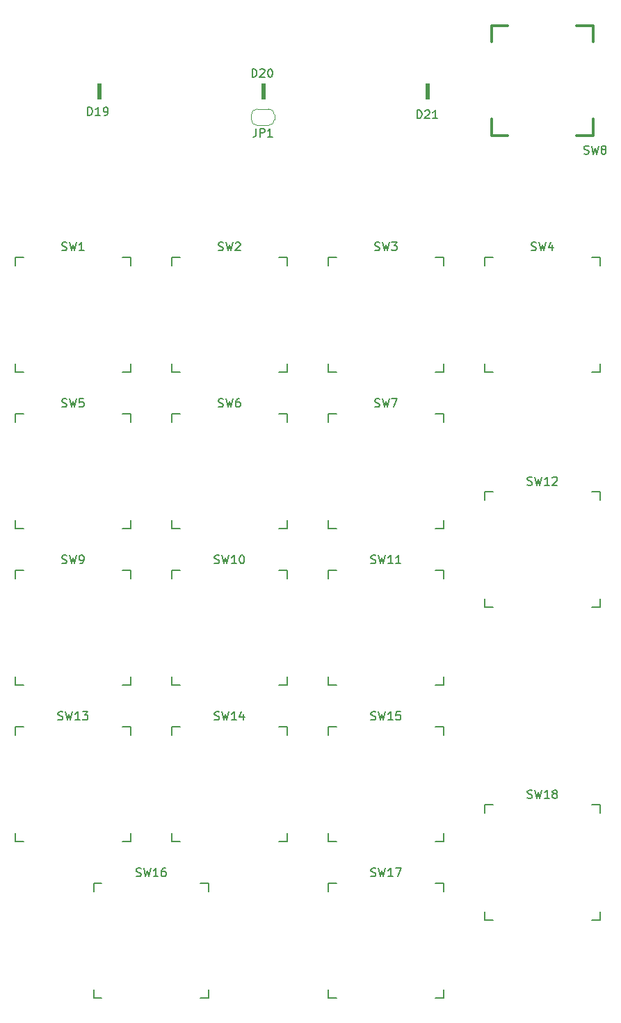
<source format=gto>
G04 #@! TF.GenerationSoftware,KiCad,Pcbnew,(5.1.5)-3*
G04 #@! TF.CreationDate,2020-10-10T23:35:22+09:00*
G04 #@! TF.ProjectId,Pistachio_MacroPad,50697374-6163-4686-996f-5f4d6163726f,rev?*
G04 #@! TF.SameCoordinates,Original*
G04 #@! TF.FileFunction,Legend,Top*
G04 #@! TF.FilePolarity,Positive*
%FSLAX46Y46*%
G04 Gerber Fmt 4.6, Leading zero omitted, Abs format (unit mm)*
G04 Created by KiCad (PCBNEW (5.1.5)-3) date 2020-10-10 23:35:22*
%MOMM*%
%LPD*%
G04 APERTURE LIST*
%ADD10C,0.150000*%
%ADD11C,0.100000*%
%ADD12C,0.120000*%
%ADD13C,0.300000*%
G04 APERTURE END LIST*
D10*
X47850000Y-116480000D02*
X47850000Y-117480000D01*
X46850000Y-130480000D02*
X47850000Y-130480000D01*
X47850000Y-116480000D02*
X46850000Y-116480000D01*
X47850000Y-129480000D02*
X47850000Y-130480000D01*
X33850000Y-130480000D02*
X33850000Y-129480000D01*
X34850000Y-116480000D02*
X33850000Y-116480000D01*
X33850000Y-130480000D02*
X34850000Y-130480000D01*
X33850000Y-117480000D02*
X33850000Y-116480000D01*
D11*
G36*
X43810000Y-38150000D02*
G01*
X44310000Y-38150000D01*
X44310000Y-40150000D01*
X43810000Y-40150000D01*
X43810000Y-38150000D01*
G37*
G36*
X63810000Y-38150000D02*
G01*
X64310000Y-38150000D01*
X64310000Y-40150000D01*
X63810000Y-40150000D01*
X63810000Y-38150000D01*
G37*
G36*
X83810000Y-38150000D02*
G01*
X84310000Y-38150000D01*
X84310000Y-40150000D01*
X83810000Y-40150000D01*
X83810000Y-38150000D01*
G37*
D12*
X64680000Y-41290000D02*
G75*
G02X65380000Y-41990000I0J-700000D01*
G01*
X65380000Y-42590000D02*
G75*
G02X64680000Y-43290000I-700000J0D01*
G01*
X63280000Y-43290000D02*
G75*
G02X62580000Y-42590000I0J700000D01*
G01*
X62580000Y-41990000D02*
G75*
G02X63280000Y-41290000I700000J0D01*
G01*
X62580000Y-42590000D02*
X62580000Y-41990000D01*
X64680000Y-43290000D02*
X63280000Y-43290000D01*
X65380000Y-41990000D02*
X65380000Y-42590000D01*
X63280000Y-41290000D02*
X64680000Y-41290000D01*
D10*
X47850000Y-59330000D02*
X47850000Y-60330000D01*
X46850000Y-73330000D02*
X47850000Y-73330000D01*
X47850000Y-59330000D02*
X46850000Y-59330000D01*
X47850000Y-72330000D02*
X47850000Y-73330000D01*
X33850000Y-73330000D02*
X33850000Y-72330000D01*
X34850000Y-59330000D02*
X33850000Y-59330000D01*
X33850000Y-73330000D02*
X34850000Y-73330000D01*
X33850000Y-60330000D02*
X33850000Y-59330000D01*
X52900000Y-60330000D02*
X52900000Y-59330000D01*
X52900000Y-73330000D02*
X53900000Y-73330000D01*
X53900000Y-59330000D02*
X52900000Y-59330000D01*
X52900000Y-73330000D02*
X52900000Y-72330000D01*
X66900000Y-72330000D02*
X66900000Y-73330000D01*
X66900000Y-59330000D02*
X65900000Y-59330000D01*
X65900000Y-73330000D02*
X66900000Y-73330000D01*
X66900000Y-59330000D02*
X66900000Y-60330000D01*
X85950000Y-59330000D02*
X85950000Y-60330000D01*
X84950000Y-73330000D02*
X85950000Y-73330000D01*
X85950000Y-59330000D02*
X84950000Y-59330000D01*
X85950000Y-72330000D02*
X85950000Y-73330000D01*
X71950000Y-73330000D02*
X71950000Y-72330000D01*
X72950000Y-59330000D02*
X71950000Y-59330000D01*
X71950000Y-73330000D02*
X72950000Y-73330000D01*
X71950000Y-60330000D02*
X71950000Y-59330000D01*
X105000000Y-59330000D02*
X105000000Y-60330000D01*
X104000000Y-73330000D02*
X105000000Y-73330000D01*
X105000000Y-59330000D02*
X104000000Y-59330000D01*
X105000000Y-72330000D02*
X105000000Y-73330000D01*
X91000000Y-73330000D02*
X91000000Y-72330000D01*
X92000000Y-59330000D02*
X91000000Y-59330000D01*
X91000000Y-73330000D02*
X92000000Y-73330000D01*
X91000000Y-60330000D02*
X91000000Y-59330000D01*
X33850000Y-79380000D02*
X33850000Y-78380000D01*
X33850000Y-92380000D02*
X34850000Y-92380000D01*
X34850000Y-78380000D02*
X33850000Y-78380000D01*
X33850000Y-92380000D02*
X33850000Y-91380000D01*
X47850000Y-91380000D02*
X47850000Y-92380000D01*
X47850000Y-78380000D02*
X46850000Y-78380000D01*
X46850000Y-92380000D02*
X47850000Y-92380000D01*
X47850000Y-78380000D02*
X47850000Y-79380000D01*
X66900000Y-78380000D02*
X66900000Y-79380000D01*
X65900000Y-92380000D02*
X66900000Y-92380000D01*
X66900000Y-78380000D02*
X65900000Y-78380000D01*
X66900000Y-91380000D02*
X66900000Y-92380000D01*
X52900000Y-92380000D02*
X52900000Y-91380000D01*
X53900000Y-78380000D02*
X52900000Y-78380000D01*
X52900000Y-92380000D02*
X53900000Y-92380000D01*
X52900000Y-79380000D02*
X52900000Y-78380000D01*
X71950000Y-79380000D02*
X71950000Y-78380000D01*
X71950000Y-92380000D02*
X72950000Y-92380000D01*
X72950000Y-78380000D02*
X71950000Y-78380000D01*
X71950000Y-92380000D02*
X71950000Y-91380000D01*
X85950000Y-91380000D02*
X85950000Y-92380000D01*
X85950000Y-78380000D02*
X84950000Y-78380000D01*
X84950000Y-92380000D02*
X85950000Y-92380000D01*
X85950000Y-78380000D02*
X85950000Y-79380000D01*
D13*
X91800000Y-44530000D02*
X93800000Y-44530000D01*
X91800000Y-44530000D02*
X91800000Y-42530000D01*
X91800000Y-31130000D02*
X93800000Y-31130000D01*
X91800000Y-31130000D02*
X91800000Y-33130000D01*
X104200000Y-31130000D02*
X104200000Y-33130000D01*
X104200000Y-31130000D02*
X102200000Y-31130000D01*
X104200000Y-44530000D02*
X104200000Y-42530000D01*
X104200000Y-44530000D02*
X102200000Y-44530000D01*
D10*
X33850000Y-98430000D02*
X33850000Y-97430000D01*
X33850000Y-111430000D02*
X34850000Y-111430000D01*
X34850000Y-97430000D02*
X33850000Y-97430000D01*
X33850000Y-111430000D02*
X33850000Y-110430000D01*
X47850000Y-110430000D02*
X47850000Y-111430000D01*
X47850000Y-97430000D02*
X46850000Y-97430000D01*
X46850000Y-111430000D02*
X47850000Y-111430000D01*
X47850000Y-97430000D02*
X47850000Y-98430000D01*
X52900000Y-98430000D02*
X52900000Y-97430000D01*
X52900000Y-111430000D02*
X53900000Y-111430000D01*
X53900000Y-97430000D02*
X52900000Y-97430000D01*
X52900000Y-111430000D02*
X52900000Y-110430000D01*
X66900000Y-110430000D02*
X66900000Y-111430000D01*
X66900000Y-97430000D02*
X65900000Y-97430000D01*
X65900000Y-111430000D02*
X66900000Y-111430000D01*
X66900000Y-97430000D02*
X66900000Y-98430000D01*
X85950000Y-97430000D02*
X85950000Y-98430000D01*
X84950000Y-111430000D02*
X85950000Y-111430000D01*
X85950000Y-97430000D02*
X84950000Y-97430000D01*
X85950000Y-110430000D02*
X85950000Y-111430000D01*
X71950000Y-111430000D02*
X71950000Y-110430000D01*
X72950000Y-97430000D02*
X71950000Y-97430000D01*
X71950000Y-111430000D02*
X72950000Y-111430000D01*
X71950000Y-98430000D02*
X71950000Y-97430000D01*
X105000000Y-87900000D02*
X105000000Y-88900000D01*
X104000000Y-101900000D02*
X105000000Y-101900000D01*
X105000000Y-87900000D02*
X104000000Y-87900000D01*
X105000000Y-100900000D02*
X105000000Y-101900000D01*
X91000000Y-101900000D02*
X91000000Y-100900000D01*
X92000000Y-87900000D02*
X91000000Y-87900000D01*
X91000000Y-101900000D02*
X92000000Y-101900000D01*
X91000000Y-88900000D02*
X91000000Y-87900000D01*
X52900000Y-117480000D02*
X52900000Y-116480000D01*
X52900000Y-130480000D02*
X53900000Y-130480000D01*
X53900000Y-116480000D02*
X52900000Y-116480000D01*
X52900000Y-130480000D02*
X52900000Y-129480000D01*
X66900000Y-129480000D02*
X66900000Y-130480000D01*
X66900000Y-116480000D02*
X65900000Y-116480000D01*
X65900000Y-130480000D02*
X66900000Y-130480000D01*
X66900000Y-116480000D02*
X66900000Y-117480000D01*
X85950000Y-116480000D02*
X85950000Y-117480000D01*
X84950000Y-130480000D02*
X85950000Y-130480000D01*
X85950000Y-116480000D02*
X84950000Y-116480000D01*
X85950000Y-129480000D02*
X85950000Y-130480000D01*
X71950000Y-130480000D02*
X71950000Y-129480000D01*
X72950000Y-116480000D02*
X71950000Y-116480000D01*
X71950000Y-130480000D02*
X72950000Y-130480000D01*
X71950000Y-117480000D02*
X71950000Y-116480000D01*
X43370000Y-136530000D02*
X43370000Y-135530000D01*
X43370000Y-149530000D02*
X44370000Y-149530000D01*
X44370000Y-135530000D02*
X43370000Y-135530000D01*
X43370000Y-149530000D02*
X43370000Y-148530000D01*
X57370000Y-148530000D02*
X57370000Y-149530000D01*
X57370000Y-135530000D02*
X56370000Y-135530000D01*
X56370000Y-149530000D02*
X57370000Y-149530000D01*
X57370000Y-135530000D02*
X57370000Y-136530000D01*
X85950000Y-135530000D02*
X85950000Y-136530000D01*
X84950000Y-149530000D02*
X85950000Y-149530000D01*
X85950000Y-135530000D02*
X84950000Y-135530000D01*
X85950000Y-148530000D02*
X85950000Y-149530000D01*
X71950000Y-149530000D02*
X71950000Y-148530000D01*
X72950000Y-135530000D02*
X71950000Y-135530000D01*
X71950000Y-149530000D02*
X72950000Y-149530000D01*
X71950000Y-136530000D02*
X71950000Y-135530000D01*
X91000000Y-127010000D02*
X91000000Y-126010000D01*
X91000000Y-140010000D02*
X92000000Y-140010000D01*
X92000000Y-126010000D02*
X91000000Y-126010000D01*
X91000000Y-140010000D02*
X91000000Y-139010000D01*
X105000000Y-139010000D02*
X105000000Y-140010000D01*
X105000000Y-126010000D02*
X104000000Y-126010000D01*
X104000000Y-140010000D02*
X105000000Y-140010000D01*
X105000000Y-126010000D02*
X105000000Y-127010000D01*
X39040476Y-115629761D02*
X39183333Y-115677380D01*
X39421428Y-115677380D01*
X39516666Y-115629761D01*
X39564285Y-115582142D01*
X39611904Y-115486904D01*
X39611904Y-115391666D01*
X39564285Y-115296428D01*
X39516666Y-115248809D01*
X39421428Y-115201190D01*
X39230952Y-115153571D01*
X39135714Y-115105952D01*
X39088095Y-115058333D01*
X39040476Y-114963095D01*
X39040476Y-114867857D01*
X39088095Y-114772619D01*
X39135714Y-114725000D01*
X39230952Y-114677380D01*
X39469047Y-114677380D01*
X39611904Y-114725000D01*
X39945238Y-114677380D02*
X40183333Y-115677380D01*
X40373809Y-114963095D01*
X40564285Y-115677380D01*
X40802380Y-114677380D01*
X41707142Y-115677380D02*
X41135714Y-115677380D01*
X41421428Y-115677380D02*
X41421428Y-114677380D01*
X41326190Y-114820238D01*
X41230952Y-114915476D01*
X41135714Y-114963095D01*
X42040476Y-114677380D02*
X42659523Y-114677380D01*
X42326190Y-115058333D01*
X42469047Y-115058333D01*
X42564285Y-115105952D01*
X42611904Y-115153571D01*
X42659523Y-115248809D01*
X42659523Y-115486904D01*
X42611904Y-115582142D01*
X42564285Y-115629761D01*
X42469047Y-115677380D01*
X42183333Y-115677380D01*
X42088095Y-115629761D01*
X42040476Y-115582142D01*
X42645714Y-42072380D02*
X42645714Y-41072380D01*
X42883809Y-41072380D01*
X43026666Y-41120000D01*
X43121904Y-41215238D01*
X43169523Y-41310476D01*
X43217142Y-41500952D01*
X43217142Y-41643809D01*
X43169523Y-41834285D01*
X43121904Y-41929523D01*
X43026666Y-42024761D01*
X42883809Y-42072380D01*
X42645714Y-42072380D01*
X44169523Y-42072380D02*
X43598095Y-42072380D01*
X43883809Y-42072380D02*
X43883809Y-41072380D01*
X43788571Y-41215238D01*
X43693333Y-41310476D01*
X43598095Y-41358095D01*
X44645714Y-42072380D02*
X44836190Y-42072380D01*
X44931428Y-42024761D01*
X44979047Y-41977142D01*
X45074285Y-41834285D01*
X45121904Y-41643809D01*
X45121904Y-41262857D01*
X45074285Y-41167619D01*
X45026666Y-41120000D01*
X44931428Y-41072380D01*
X44740952Y-41072380D01*
X44645714Y-41120000D01*
X44598095Y-41167619D01*
X44550476Y-41262857D01*
X44550476Y-41500952D01*
X44598095Y-41596190D01*
X44645714Y-41643809D01*
X44740952Y-41691428D01*
X44931428Y-41691428D01*
X45026666Y-41643809D01*
X45074285Y-41596190D01*
X45121904Y-41500952D01*
X62665714Y-37412380D02*
X62665714Y-36412380D01*
X62903809Y-36412380D01*
X63046666Y-36460000D01*
X63141904Y-36555238D01*
X63189523Y-36650476D01*
X63237142Y-36840952D01*
X63237142Y-36983809D01*
X63189523Y-37174285D01*
X63141904Y-37269523D01*
X63046666Y-37364761D01*
X62903809Y-37412380D01*
X62665714Y-37412380D01*
X63618095Y-36507619D02*
X63665714Y-36460000D01*
X63760952Y-36412380D01*
X63999047Y-36412380D01*
X64094285Y-36460000D01*
X64141904Y-36507619D01*
X64189523Y-36602857D01*
X64189523Y-36698095D01*
X64141904Y-36840952D01*
X63570476Y-37412380D01*
X64189523Y-37412380D01*
X64808571Y-36412380D02*
X64903809Y-36412380D01*
X64999047Y-36460000D01*
X65046666Y-36507619D01*
X65094285Y-36602857D01*
X65141904Y-36793333D01*
X65141904Y-37031428D01*
X65094285Y-37221904D01*
X65046666Y-37317142D01*
X64999047Y-37364761D01*
X64903809Y-37412380D01*
X64808571Y-37412380D01*
X64713333Y-37364761D01*
X64665714Y-37317142D01*
X64618095Y-37221904D01*
X64570476Y-37031428D01*
X64570476Y-36793333D01*
X64618095Y-36602857D01*
X64665714Y-36507619D01*
X64713333Y-36460000D01*
X64808571Y-36412380D01*
X82755714Y-42442380D02*
X82755714Y-41442380D01*
X82993809Y-41442380D01*
X83136666Y-41490000D01*
X83231904Y-41585238D01*
X83279523Y-41680476D01*
X83327142Y-41870952D01*
X83327142Y-42013809D01*
X83279523Y-42204285D01*
X83231904Y-42299523D01*
X83136666Y-42394761D01*
X82993809Y-42442380D01*
X82755714Y-42442380D01*
X83708095Y-41537619D02*
X83755714Y-41490000D01*
X83850952Y-41442380D01*
X84089047Y-41442380D01*
X84184285Y-41490000D01*
X84231904Y-41537619D01*
X84279523Y-41632857D01*
X84279523Y-41728095D01*
X84231904Y-41870952D01*
X83660476Y-42442380D01*
X84279523Y-42442380D01*
X85231904Y-42442380D02*
X84660476Y-42442380D01*
X84946190Y-42442380D02*
X84946190Y-41442380D01*
X84850952Y-41585238D01*
X84755714Y-41680476D01*
X84660476Y-41728095D01*
X63146666Y-43672380D02*
X63146666Y-44386666D01*
X63099047Y-44529523D01*
X63003809Y-44624761D01*
X62860952Y-44672380D01*
X62765714Y-44672380D01*
X63622857Y-44672380D02*
X63622857Y-43672380D01*
X64003809Y-43672380D01*
X64099047Y-43720000D01*
X64146666Y-43767619D01*
X64194285Y-43862857D01*
X64194285Y-44005714D01*
X64146666Y-44100952D01*
X64099047Y-44148571D01*
X64003809Y-44196190D01*
X63622857Y-44196190D01*
X65146666Y-44672380D02*
X64575238Y-44672380D01*
X64860952Y-44672380D02*
X64860952Y-43672380D01*
X64765714Y-43815238D01*
X64670476Y-43910476D01*
X64575238Y-43958095D01*
X39516666Y-58479761D02*
X39659523Y-58527380D01*
X39897619Y-58527380D01*
X39992857Y-58479761D01*
X40040476Y-58432142D01*
X40088095Y-58336904D01*
X40088095Y-58241666D01*
X40040476Y-58146428D01*
X39992857Y-58098809D01*
X39897619Y-58051190D01*
X39707142Y-58003571D01*
X39611904Y-57955952D01*
X39564285Y-57908333D01*
X39516666Y-57813095D01*
X39516666Y-57717857D01*
X39564285Y-57622619D01*
X39611904Y-57575000D01*
X39707142Y-57527380D01*
X39945238Y-57527380D01*
X40088095Y-57575000D01*
X40421428Y-57527380D02*
X40659523Y-58527380D01*
X40850000Y-57813095D01*
X41040476Y-58527380D01*
X41278571Y-57527380D01*
X42183333Y-58527380D02*
X41611904Y-58527380D01*
X41897619Y-58527380D02*
X41897619Y-57527380D01*
X41802380Y-57670238D01*
X41707142Y-57765476D01*
X41611904Y-57813095D01*
X58566666Y-58479761D02*
X58709523Y-58527380D01*
X58947619Y-58527380D01*
X59042857Y-58479761D01*
X59090476Y-58432142D01*
X59138095Y-58336904D01*
X59138095Y-58241666D01*
X59090476Y-58146428D01*
X59042857Y-58098809D01*
X58947619Y-58051190D01*
X58757142Y-58003571D01*
X58661904Y-57955952D01*
X58614285Y-57908333D01*
X58566666Y-57813095D01*
X58566666Y-57717857D01*
X58614285Y-57622619D01*
X58661904Y-57575000D01*
X58757142Y-57527380D01*
X58995238Y-57527380D01*
X59138095Y-57575000D01*
X59471428Y-57527380D02*
X59709523Y-58527380D01*
X59900000Y-57813095D01*
X60090476Y-58527380D01*
X60328571Y-57527380D01*
X60661904Y-57622619D02*
X60709523Y-57575000D01*
X60804761Y-57527380D01*
X61042857Y-57527380D01*
X61138095Y-57575000D01*
X61185714Y-57622619D01*
X61233333Y-57717857D01*
X61233333Y-57813095D01*
X61185714Y-57955952D01*
X60614285Y-58527380D01*
X61233333Y-58527380D01*
X77616666Y-58479761D02*
X77759523Y-58527380D01*
X77997619Y-58527380D01*
X78092857Y-58479761D01*
X78140476Y-58432142D01*
X78188095Y-58336904D01*
X78188095Y-58241666D01*
X78140476Y-58146428D01*
X78092857Y-58098809D01*
X77997619Y-58051190D01*
X77807142Y-58003571D01*
X77711904Y-57955952D01*
X77664285Y-57908333D01*
X77616666Y-57813095D01*
X77616666Y-57717857D01*
X77664285Y-57622619D01*
X77711904Y-57575000D01*
X77807142Y-57527380D01*
X78045238Y-57527380D01*
X78188095Y-57575000D01*
X78521428Y-57527380D02*
X78759523Y-58527380D01*
X78950000Y-57813095D01*
X79140476Y-58527380D01*
X79378571Y-57527380D01*
X79664285Y-57527380D02*
X80283333Y-57527380D01*
X79950000Y-57908333D01*
X80092857Y-57908333D01*
X80188095Y-57955952D01*
X80235714Y-58003571D01*
X80283333Y-58098809D01*
X80283333Y-58336904D01*
X80235714Y-58432142D01*
X80188095Y-58479761D01*
X80092857Y-58527380D01*
X79807142Y-58527380D01*
X79711904Y-58479761D01*
X79664285Y-58432142D01*
X96666666Y-58479761D02*
X96809523Y-58527380D01*
X97047619Y-58527380D01*
X97142857Y-58479761D01*
X97190476Y-58432142D01*
X97238095Y-58336904D01*
X97238095Y-58241666D01*
X97190476Y-58146428D01*
X97142857Y-58098809D01*
X97047619Y-58051190D01*
X96857142Y-58003571D01*
X96761904Y-57955952D01*
X96714285Y-57908333D01*
X96666666Y-57813095D01*
X96666666Y-57717857D01*
X96714285Y-57622619D01*
X96761904Y-57575000D01*
X96857142Y-57527380D01*
X97095238Y-57527380D01*
X97238095Y-57575000D01*
X97571428Y-57527380D02*
X97809523Y-58527380D01*
X98000000Y-57813095D01*
X98190476Y-58527380D01*
X98428571Y-57527380D01*
X99238095Y-57860714D02*
X99238095Y-58527380D01*
X99000000Y-57479761D02*
X98761904Y-58194047D01*
X99380952Y-58194047D01*
X39516666Y-77529761D02*
X39659523Y-77577380D01*
X39897619Y-77577380D01*
X39992857Y-77529761D01*
X40040476Y-77482142D01*
X40088095Y-77386904D01*
X40088095Y-77291666D01*
X40040476Y-77196428D01*
X39992857Y-77148809D01*
X39897619Y-77101190D01*
X39707142Y-77053571D01*
X39611904Y-77005952D01*
X39564285Y-76958333D01*
X39516666Y-76863095D01*
X39516666Y-76767857D01*
X39564285Y-76672619D01*
X39611904Y-76625000D01*
X39707142Y-76577380D01*
X39945238Y-76577380D01*
X40088095Y-76625000D01*
X40421428Y-76577380D02*
X40659523Y-77577380D01*
X40850000Y-76863095D01*
X41040476Y-77577380D01*
X41278571Y-76577380D01*
X42135714Y-76577380D02*
X41659523Y-76577380D01*
X41611904Y-77053571D01*
X41659523Y-77005952D01*
X41754761Y-76958333D01*
X41992857Y-76958333D01*
X42088095Y-77005952D01*
X42135714Y-77053571D01*
X42183333Y-77148809D01*
X42183333Y-77386904D01*
X42135714Y-77482142D01*
X42088095Y-77529761D01*
X41992857Y-77577380D01*
X41754761Y-77577380D01*
X41659523Y-77529761D01*
X41611904Y-77482142D01*
X58566666Y-77529761D02*
X58709523Y-77577380D01*
X58947619Y-77577380D01*
X59042857Y-77529761D01*
X59090476Y-77482142D01*
X59138095Y-77386904D01*
X59138095Y-77291666D01*
X59090476Y-77196428D01*
X59042857Y-77148809D01*
X58947619Y-77101190D01*
X58757142Y-77053571D01*
X58661904Y-77005952D01*
X58614285Y-76958333D01*
X58566666Y-76863095D01*
X58566666Y-76767857D01*
X58614285Y-76672619D01*
X58661904Y-76625000D01*
X58757142Y-76577380D01*
X58995238Y-76577380D01*
X59138095Y-76625000D01*
X59471428Y-76577380D02*
X59709523Y-77577380D01*
X59900000Y-76863095D01*
X60090476Y-77577380D01*
X60328571Y-76577380D01*
X61138095Y-76577380D02*
X60947619Y-76577380D01*
X60852380Y-76625000D01*
X60804761Y-76672619D01*
X60709523Y-76815476D01*
X60661904Y-77005952D01*
X60661904Y-77386904D01*
X60709523Y-77482142D01*
X60757142Y-77529761D01*
X60852380Y-77577380D01*
X61042857Y-77577380D01*
X61138095Y-77529761D01*
X61185714Y-77482142D01*
X61233333Y-77386904D01*
X61233333Y-77148809D01*
X61185714Y-77053571D01*
X61138095Y-77005952D01*
X61042857Y-76958333D01*
X60852380Y-76958333D01*
X60757142Y-77005952D01*
X60709523Y-77053571D01*
X60661904Y-77148809D01*
X77616666Y-77529761D02*
X77759523Y-77577380D01*
X77997619Y-77577380D01*
X78092857Y-77529761D01*
X78140476Y-77482142D01*
X78188095Y-77386904D01*
X78188095Y-77291666D01*
X78140476Y-77196428D01*
X78092857Y-77148809D01*
X77997619Y-77101190D01*
X77807142Y-77053571D01*
X77711904Y-77005952D01*
X77664285Y-76958333D01*
X77616666Y-76863095D01*
X77616666Y-76767857D01*
X77664285Y-76672619D01*
X77711904Y-76625000D01*
X77807142Y-76577380D01*
X78045238Y-76577380D01*
X78188095Y-76625000D01*
X78521428Y-76577380D02*
X78759523Y-77577380D01*
X78950000Y-76863095D01*
X79140476Y-77577380D01*
X79378571Y-76577380D01*
X79664285Y-76577380D02*
X80330952Y-76577380D01*
X79902380Y-77577380D01*
X103086666Y-46734761D02*
X103229523Y-46782380D01*
X103467619Y-46782380D01*
X103562857Y-46734761D01*
X103610476Y-46687142D01*
X103658095Y-46591904D01*
X103658095Y-46496666D01*
X103610476Y-46401428D01*
X103562857Y-46353809D01*
X103467619Y-46306190D01*
X103277142Y-46258571D01*
X103181904Y-46210952D01*
X103134285Y-46163333D01*
X103086666Y-46068095D01*
X103086666Y-45972857D01*
X103134285Y-45877619D01*
X103181904Y-45830000D01*
X103277142Y-45782380D01*
X103515238Y-45782380D01*
X103658095Y-45830000D01*
X103991428Y-45782380D02*
X104229523Y-46782380D01*
X104420000Y-46068095D01*
X104610476Y-46782380D01*
X104848571Y-45782380D01*
X105372380Y-46210952D02*
X105277142Y-46163333D01*
X105229523Y-46115714D01*
X105181904Y-46020476D01*
X105181904Y-45972857D01*
X105229523Y-45877619D01*
X105277142Y-45830000D01*
X105372380Y-45782380D01*
X105562857Y-45782380D01*
X105658095Y-45830000D01*
X105705714Y-45877619D01*
X105753333Y-45972857D01*
X105753333Y-46020476D01*
X105705714Y-46115714D01*
X105658095Y-46163333D01*
X105562857Y-46210952D01*
X105372380Y-46210952D01*
X105277142Y-46258571D01*
X105229523Y-46306190D01*
X105181904Y-46401428D01*
X105181904Y-46591904D01*
X105229523Y-46687142D01*
X105277142Y-46734761D01*
X105372380Y-46782380D01*
X105562857Y-46782380D01*
X105658095Y-46734761D01*
X105705714Y-46687142D01*
X105753333Y-46591904D01*
X105753333Y-46401428D01*
X105705714Y-46306190D01*
X105658095Y-46258571D01*
X105562857Y-46210952D01*
X39516666Y-96579761D02*
X39659523Y-96627380D01*
X39897619Y-96627380D01*
X39992857Y-96579761D01*
X40040476Y-96532142D01*
X40088095Y-96436904D01*
X40088095Y-96341666D01*
X40040476Y-96246428D01*
X39992857Y-96198809D01*
X39897619Y-96151190D01*
X39707142Y-96103571D01*
X39611904Y-96055952D01*
X39564285Y-96008333D01*
X39516666Y-95913095D01*
X39516666Y-95817857D01*
X39564285Y-95722619D01*
X39611904Y-95675000D01*
X39707142Y-95627380D01*
X39945238Y-95627380D01*
X40088095Y-95675000D01*
X40421428Y-95627380D02*
X40659523Y-96627380D01*
X40850000Y-95913095D01*
X41040476Y-96627380D01*
X41278571Y-95627380D01*
X41707142Y-96627380D02*
X41897619Y-96627380D01*
X41992857Y-96579761D01*
X42040476Y-96532142D01*
X42135714Y-96389285D01*
X42183333Y-96198809D01*
X42183333Y-95817857D01*
X42135714Y-95722619D01*
X42088095Y-95675000D01*
X41992857Y-95627380D01*
X41802380Y-95627380D01*
X41707142Y-95675000D01*
X41659523Y-95722619D01*
X41611904Y-95817857D01*
X41611904Y-96055952D01*
X41659523Y-96151190D01*
X41707142Y-96198809D01*
X41802380Y-96246428D01*
X41992857Y-96246428D01*
X42088095Y-96198809D01*
X42135714Y-96151190D01*
X42183333Y-96055952D01*
X58090476Y-96579761D02*
X58233333Y-96627380D01*
X58471428Y-96627380D01*
X58566666Y-96579761D01*
X58614285Y-96532142D01*
X58661904Y-96436904D01*
X58661904Y-96341666D01*
X58614285Y-96246428D01*
X58566666Y-96198809D01*
X58471428Y-96151190D01*
X58280952Y-96103571D01*
X58185714Y-96055952D01*
X58138095Y-96008333D01*
X58090476Y-95913095D01*
X58090476Y-95817857D01*
X58138095Y-95722619D01*
X58185714Y-95675000D01*
X58280952Y-95627380D01*
X58519047Y-95627380D01*
X58661904Y-95675000D01*
X58995238Y-95627380D02*
X59233333Y-96627380D01*
X59423809Y-95913095D01*
X59614285Y-96627380D01*
X59852380Y-95627380D01*
X60757142Y-96627380D02*
X60185714Y-96627380D01*
X60471428Y-96627380D02*
X60471428Y-95627380D01*
X60376190Y-95770238D01*
X60280952Y-95865476D01*
X60185714Y-95913095D01*
X61376190Y-95627380D02*
X61471428Y-95627380D01*
X61566666Y-95675000D01*
X61614285Y-95722619D01*
X61661904Y-95817857D01*
X61709523Y-96008333D01*
X61709523Y-96246428D01*
X61661904Y-96436904D01*
X61614285Y-96532142D01*
X61566666Y-96579761D01*
X61471428Y-96627380D01*
X61376190Y-96627380D01*
X61280952Y-96579761D01*
X61233333Y-96532142D01*
X61185714Y-96436904D01*
X61138095Y-96246428D01*
X61138095Y-96008333D01*
X61185714Y-95817857D01*
X61233333Y-95722619D01*
X61280952Y-95675000D01*
X61376190Y-95627380D01*
X77140476Y-96579761D02*
X77283333Y-96627380D01*
X77521428Y-96627380D01*
X77616666Y-96579761D01*
X77664285Y-96532142D01*
X77711904Y-96436904D01*
X77711904Y-96341666D01*
X77664285Y-96246428D01*
X77616666Y-96198809D01*
X77521428Y-96151190D01*
X77330952Y-96103571D01*
X77235714Y-96055952D01*
X77188095Y-96008333D01*
X77140476Y-95913095D01*
X77140476Y-95817857D01*
X77188095Y-95722619D01*
X77235714Y-95675000D01*
X77330952Y-95627380D01*
X77569047Y-95627380D01*
X77711904Y-95675000D01*
X78045238Y-95627380D02*
X78283333Y-96627380D01*
X78473809Y-95913095D01*
X78664285Y-96627380D01*
X78902380Y-95627380D01*
X79807142Y-96627380D02*
X79235714Y-96627380D01*
X79521428Y-96627380D02*
X79521428Y-95627380D01*
X79426190Y-95770238D01*
X79330952Y-95865476D01*
X79235714Y-95913095D01*
X80759523Y-96627380D02*
X80188095Y-96627380D01*
X80473809Y-96627380D02*
X80473809Y-95627380D01*
X80378571Y-95770238D01*
X80283333Y-95865476D01*
X80188095Y-95913095D01*
X96190476Y-87049761D02*
X96333333Y-87097380D01*
X96571428Y-87097380D01*
X96666666Y-87049761D01*
X96714285Y-87002142D01*
X96761904Y-86906904D01*
X96761904Y-86811666D01*
X96714285Y-86716428D01*
X96666666Y-86668809D01*
X96571428Y-86621190D01*
X96380952Y-86573571D01*
X96285714Y-86525952D01*
X96238095Y-86478333D01*
X96190476Y-86383095D01*
X96190476Y-86287857D01*
X96238095Y-86192619D01*
X96285714Y-86145000D01*
X96380952Y-86097380D01*
X96619047Y-86097380D01*
X96761904Y-86145000D01*
X97095238Y-86097380D02*
X97333333Y-87097380D01*
X97523809Y-86383095D01*
X97714285Y-87097380D01*
X97952380Y-86097380D01*
X98857142Y-87097380D02*
X98285714Y-87097380D01*
X98571428Y-87097380D02*
X98571428Y-86097380D01*
X98476190Y-86240238D01*
X98380952Y-86335476D01*
X98285714Y-86383095D01*
X99238095Y-86192619D02*
X99285714Y-86145000D01*
X99380952Y-86097380D01*
X99619047Y-86097380D01*
X99714285Y-86145000D01*
X99761904Y-86192619D01*
X99809523Y-86287857D01*
X99809523Y-86383095D01*
X99761904Y-86525952D01*
X99190476Y-87097380D01*
X99809523Y-87097380D01*
X58090476Y-115629761D02*
X58233333Y-115677380D01*
X58471428Y-115677380D01*
X58566666Y-115629761D01*
X58614285Y-115582142D01*
X58661904Y-115486904D01*
X58661904Y-115391666D01*
X58614285Y-115296428D01*
X58566666Y-115248809D01*
X58471428Y-115201190D01*
X58280952Y-115153571D01*
X58185714Y-115105952D01*
X58138095Y-115058333D01*
X58090476Y-114963095D01*
X58090476Y-114867857D01*
X58138095Y-114772619D01*
X58185714Y-114725000D01*
X58280952Y-114677380D01*
X58519047Y-114677380D01*
X58661904Y-114725000D01*
X58995238Y-114677380D02*
X59233333Y-115677380D01*
X59423809Y-114963095D01*
X59614285Y-115677380D01*
X59852380Y-114677380D01*
X60757142Y-115677380D02*
X60185714Y-115677380D01*
X60471428Y-115677380D02*
X60471428Y-114677380D01*
X60376190Y-114820238D01*
X60280952Y-114915476D01*
X60185714Y-114963095D01*
X61614285Y-115010714D02*
X61614285Y-115677380D01*
X61376190Y-114629761D02*
X61138095Y-115344047D01*
X61757142Y-115344047D01*
X77140476Y-115629761D02*
X77283333Y-115677380D01*
X77521428Y-115677380D01*
X77616666Y-115629761D01*
X77664285Y-115582142D01*
X77711904Y-115486904D01*
X77711904Y-115391666D01*
X77664285Y-115296428D01*
X77616666Y-115248809D01*
X77521428Y-115201190D01*
X77330952Y-115153571D01*
X77235714Y-115105952D01*
X77188095Y-115058333D01*
X77140476Y-114963095D01*
X77140476Y-114867857D01*
X77188095Y-114772619D01*
X77235714Y-114725000D01*
X77330952Y-114677380D01*
X77569047Y-114677380D01*
X77711904Y-114725000D01*
X78045238Y-114677380D02*
X78283333Y-115677380D01*
X78473809Y-114963095D01*
X78664285Y-115677380D01*
X78902380Y-114677380D01*
X79807142Y-115677380D02*
X79235714Y-115677380D01*
X79521428Y-115677380D02*
X79521428Y-114677380D01*
X79426190Y-114820238D01*
X79330952Y-114915476D01*
X79235714Y-114963095D01*
X80711904Y-114677380D02*
X80235714Y-114677380D01*
X80188095Y-115153571D01*
X80235714Y-115105952D01*
X80330952Y-115058333D01*
X80569047Y-115058333D01*
X80664285Y-115105952D01*
X80711904Y-115153571D01*
X80759523Y-115248809D01*
X80759523Y-115486904D01*
X80711904Y-115582142D01*
X80664285Y-115629761D01*
X80569047Y-115677380D01*
X80330952Y-115677380D01*
X80235714Y-115629761D01*
X80188095Y-115582142D01*
X48560476Y-134679761D02*
X48703333Y-134727380D01*
X48941428Y-134727380D01*
X49036666Y-134679761D01*
X49084285Y-134632142D01*
X49131904Y-134536904D01*
X49131904Y-134441666D01*
X49084285Y-134346428D01*
X49036666Y-134298809D01*
X48941428Y-134251190D01*
X48750952Y-134203571D01*
X48655714Y-134155952D01*
X48608095Y-134108333D01*
X48560476Y-134013095D01*
X48560476Y-133917857D01*
X48608095Y-133822619D01*
X48655714Y-133775000D01*
X48750952Y-133727380D01*
X48989047Y-133727380D01*
X49131904Y-133775000D01*
X49465238Y-133727380D02*
X49703333Y-134727380D01*
X49893809Y-134013095D01*
X50084285Y-134727380D01*
X50322380Y-133727380D01*
X51227142Y-134727380D02*
X50655714Y-134727380D01*
X50941428Y-134727380D02*
X50941428Y-133727380D01*
X50846190Y-133870238D01*
X50750952Y-133965476D01*
X50655714Y-134013095D01*
X52084285Y-133727380D02*
X51893809Y-133727380D01*
X51798571Y-133775000D01*
X51750952Y-133822619D01*
X51655714Y-133965476D01*
X51608095Y-134155952D01*
X51608095Y-134536904D01*
X51655714Y-134632142D01*
X51703333Y-134679761D01*
X51798571Y-134727380D01*
X51989047Y-134727380D01*
X52084285Y-134679761D01*
X52131904Y-134632142D01*
X52179523Y-134536904D01*
X52179523Y-134298809D01*
X52131904Y-134203571D01*
X52084285Y-134155952D01*
X51989047Y-134108333D01*
X51798571Y-134108333D01*
X51703333Y-134155952D01*
X51655714Y-134203571D01*
X51608095Y-134298809D01*
X77140476Y-134679761D02*
X77283333Y-134727380D01*
X77521428Y-134727380D01*
X77616666Y-134679761D01*
X77664285Y-134632142D01*
X77711904Y-134536904D01*
X77711904Y-134441666D01*
X77664285Y-134346428D01*
X77616666Y-134298809D01*
X77521428Y-134251190D01*
X77330952Y-134203571D01*
X77235714Y-134155952D01*
X77188095Y-134108333D01*
X77140476Y-134013095D01*
X77140476Y-133917857D01*
X77188095Y-133822619D01*
X77235714Y-133775000D01*
X77330952Y-133727380D01*
X77569047Y-133727380D01*
X77711904Y-133775000D01*
X78045238Y-133727380D02*
X78283333Y-134727380D01*
X78473809Y-134013095D01*
X78664285Y-134727380D01*
X78902380Y-133727380D01*
X79807142Y-134727380D02*
X79235714Y-134727380D01*
X79521428Y-134727380D02*
X79521428Y-133727380D01*
X79426190Y-133870238D01*
X79330952Y-133965476D01*
X79235714Y-134013095D01*
X80140476Y-133727380D02*
X80807142Y-133727380D01*
X80378571Y-134727380D01*
X96190476Y-125159761D02*
X96333333Y-125207380D01*
X96571428Y-125207380D01*
X96666666Y-125159761D01*
X96714285Y-125112142D01*
X96761904Y-125016904D01*
X96761904Y-124921666D01*
X96714285Y-124826428D01*
X96666666Y-124778809D01*
X96571428Y-124731190D01*
X96380952Y-124683571D01*
X96285714Y-124635952D01*
X96238095Y-124588333D01*
X96190476Y-124493095D01*
X96190476Y-124397857D01*
X96238095Y-124302619D01*
X96285714Y-124255000D01*
X96380952Y-124207380D01*
X96619047Y-124207380D01*
X96761904Y-124255000D01*
X97095238Y-124207380D02*
X97333333Y-125207380D01*
X97523809Y-124493095D01*
X97714285Y-125207380D01*
X97952380Y-124207380D01*
X98857142Y-125207380D02*
X98285714Y-125207380D01*
X98571428Y-125207380D02*
X98571428Y-124207380D01*
X98476190Y-124350238D01*
X98380952Y-124445476D01*
X98285714Y-124493095D01*
X99428571Y-124635952D02*
X99333333Y-124588333D01*
X99285714Y-124540714D01*
X99238095Y-124445476D01*
X99238095Y-124397857D01*
X99285714Y-124302619D01*
X99333333Y-124255000D01*
X99428571Y-124207380D01*
X99619047Y-124207380D01*
X99714285Y-124255000D01*
X99761904Y-124302619D01*
X99809523Y-124397857D01*
X99809523Y-124445476D01*
X99761904Y-124540714D01*
X99714285Y-124588333D01*
X99619047Y-124635952D01*
X99428571Y-124635952D01*
X99333333Y-124683571D01*
X99285714Y-124731190D01*
X99238095Y-124826428D01*
X99238095Y-125016904D01*
X99285714Y-125112142D01*
X99333333Y-125159761D01*
X99428571Y-125207380D01*
X99619047Y-125207380D01*
X99714285Y-125159761D01*
X99761904Y-125112142D01*
X99809523Y-125016904D01*
X99809523Y-124826428D01*
X99761904Y-124731190D01*
X99714285Y-124683571D01*
X99619047Y-124635952D01*
M02*

</source>
